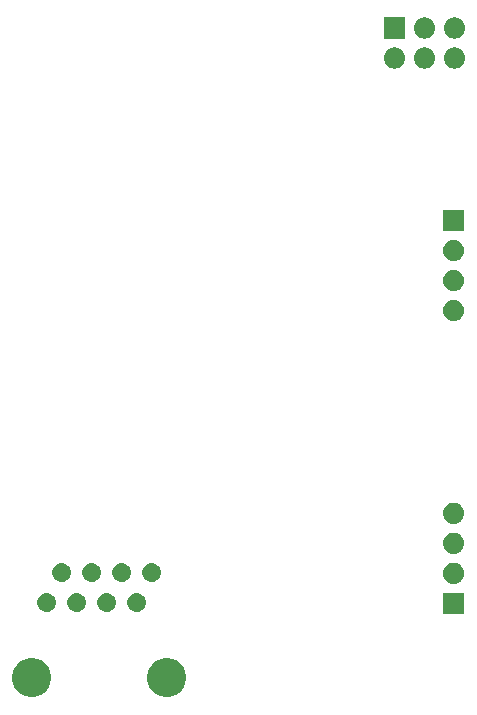
<source format=gbr>
G04 #@! TF.GenerationSoftware,KiCad,Pcbnew,5.0.2-bee76a0~70~ubuntu18.04.1*
G04 #@! TF.CreationDate,2019-09-06T11:27:55+02:00*
G04 #@! TF.ProjectId,sensor_board,73656e73-6f72-45f6-926f-6172642e6b69,1.0*
G04 #@! TF.SameCoordinates,Original*
G04 #@! TF.FileFunction,Soldermask,Bot*
G04 #@! TF.FilePolarity,Negative*
%FSLAX46Y46*%
G04 Gerber Fmt 4.6, Leading zero omitted, Abs format (unit mm)*
G04 Created by KiCad (PCBNEW 5.0.2-bee76a0~70~ubuntu18.04.1) date vie 06 sep 2019 11:27:55 CEST*
%MOMM*%
%LPD*%
G01*
G04 APERTURE LIST*
%ADD10C,0.150000*%
G04 APERTURE END LIST*
D10*
G36*
X131195975Y-148414438D02*
X131496061Y-148538738D01*
X131766131Y-148719193D01*
X131995807Y-148948869D01*
X132176262Y-149218939D01*
X132300562Y-149519025D01*
X132363930Y-149837595D01*
X132363930Y-150162405D01*
X132300562Y-150480975D01*
X132176262Y-150781061D01*
X131995807Y-151051131D01*
X131766131Y-151280807D01*
X131496061Y-151461262D01*
X131195975Y-151585562D01*
X130877405Y-151648930D01*
X130552595Y-151648930D01*
X130234025Y-151585562D01*
X129933939Y-151461262D01*
X129663869Y-151280807D01*
X129434193Y-151051131D01*
X129253738Y-150781061D01*
X129129438Y-150480975D01*
X129066070Y-150162405D01*
X129066070Y-149837595D01*
X129129438Y-149519025D01*
X129253738Y-149218939D01*
X129434193Y-148948869D01*
X129663869Y-148719193D01*
X129933939Y-148538738D01*
X130234025Y-148414438D01*
X130552595Y-148351070D01*
X130877405Y-148351070D01*
X131195975Y-148414438D01*
X131195975Y-148414438D01*
G37*
G36*
X119765975Y-148414438D02*
X120066061Y-148538738D01*
X120336131Y-148719193D01*
X120565807Y-148948869D01*
X120746262Y-149218939D01*
X120870562Y-149519025D01*
X120933930Y-149837595D01*
X120933930Y-150162405D01*
X120870562Y-150480975D01*
X120746262Y-150781061D01*
X120565807Y-151051131D01*
X120336131Y-151280807D01*
X120066061Y-151461262D01*
X119765975Y-151585562D01*
X119447405Y-151648930D01*
X119122595Y-151648930D01*
X118804025Y-151585562D01*
X118503939Y-151461262D01*
X118233869Y-151280807D01*
X118004193Y-151051131D01*
X117823738Y-150781061D01*
X117699438Y-150480975D01*
X117636070Y-150162405D01*
X117636070Y-149837595D01*
X117699438Y-149519025D01*
X117823738Y-149218939D01*
X118004193Y-148948869D01*
X118233869Y-148719193D01*
X118503939Y-148538738D01*
X118804025Y-148414438D01*
X119122595Y-148351070D01*
X119447405Y-148351070D01*
X119765975Y-148414438D01*
X119765975Y-148414438D01*
G37*
G36*
X155900000Y-144600000D02*
X154100000Y-144600000D01*
X154100000Y-142800000D01*
X155900000Y-142800000D01*
X155900000Y-144600000D01*
X155900000Y-144600000D01*
G37*
G36*
X120711441Y-142863517D02*
X120861870Y-142909149D01*
X121000507Y-142983252D01*
X121122023Y-143082977D01*
X121221748Y-143204493D01*
X121295851Y-143343130D01*
X121341483Y-143493559D01*
X121356891Y-143650000D01*
X121341483Y-143806441D01*
X121295851Y-143956870D01*
X121221748Y-144095507D01*
X121122023Y-144217023D01*
X121000507Y-144316748D01*
X120861870Y-144390851D01*
X120711441Y-144436483D01*
X120594202Y-144448030D01*
X120515798Y-144448030D01*
X120398559Y-144436483D01*
X120248130Y-144390851D01*
X120109493Y-144316748D01*
X119987977Y-144217023D01*
X119888252Y-144095507D01*
X119814149Y-143956870D01*
X119768517Y-143806441D01*
X119753109Y-143650000D01*
X119768517Y-143493559D01*
X119814149Y-143343130D01*
X119888252Y-143204493D01*
X119987977Y-143082977D01*
X120109493Y-142983252D01*
X120248130Y-142909149D01*
X120398559Y-142863517D01*
X120515798Y-142851970D01*
X120594202Y-142851970D01*
X120711441Y-142863517D01*
X120711441Y-142863517D01*
G37*
G36*
X128331441Y-142863517D02*
X128481870Y-142909149D01*
X128620507Y-142983252D01*
X128742023Y-143082977D01*
X128841748Y-143204493D01*
X128915851Y-143343130D01*
X128961483Y-143493559D01*
X128976891Y-143650000D01*
X128961483Y-143806441D01*
X128915851Y-143956870D01*
X128841748Y-144095507D01*
X128742023Y-144217023D01*
X128620507Y-144316748D01*
X128481870Y-144390851D01*
X128331441Y-144436483D01*
X128214202Y-144448030D01*
X128135798Y-144448030D01*
X128018559Y-144436483D01*
X127868130Y-144390851D01*
X127729493Y-144316748D01*
X127607977Y-144217023D01*
X127508252Y-144095507D01*
X127434149Y-143956870D01*
X127388517Y-143806441D01*
X127373109Y-143650000D01*
X127388517Y-143493559D01*
X127434149Y-143343130D01*
X127508252Y-143204493D01*
X127607977Y-143082977D01*
X127729493Y-142983252D01*
X127868130Y-142909149D01*
X128018559Y-142863517D01*
X128135798Y-142851970D01*
X128214202Y-142851970D01*
X128331441Y-142863517D01*
X128331441Y-142863517D01*
G37*
G36*
X125791441Y-142863517D02*
X125941870Y-142909149D01*
X126080507Y-142983252D01*
X126202023Y-143082977D01*
X126301748Y-143204493D01*
X126375851Y-143343130D01*
X126421483Y-143493559D01*
X126436891Y-143650000D01*
X126421483Y-143806441D01*
X126375851Y-143956870D01*
X126301748Y-144095507D01*
X126202023Y-144217023D01*
X126080507Y-144316748D01*
X125941870Y-144390851D01*
X125791441Y-144436483D01*
X125674202Y-144448030D01*
X125595798Y-144448030D01*
X125478559Y-144436483D01*
X125328130Y-144390851D01*
X125189493Y-144316748D01*
X125067977Y-144217023D01*
X124968252Y-144095507D01*
X124894149Y-143956870D01*
X124848517Y-143806441D01*
X124833109Y-143650000D01*
X124848517Y-143493559D01*
X124894149Y-143343130D01*
X124968252Y-143204493D01*
X125067977Y-143082977D01*
X125189493Y-142983252D01*
X125328130Y-142909149D01*
X125478559Y-142863517D01*
X125595798Y-142851970D01*
X125674202Y-142851970D01*
X125791441Y-142863517D01*
X125791441Y-142863517D01*
G37*
G36*
X123251441Y-142863517D02*
X123401870Y-142909149D01*
X123540507Y-142983252D01*
X123662023Y-143082977D01*
X123761748Y-143204493D01*
X123835851Y-143343130D01*
X123881483Y-143493559D01*
X123896891Y-143650000D01*
X123881483Y-143806441D01*
X123835851Y-143956870D01*
X123761748Y-144095507D01*
X123662023Y-144217023D01*
X123540507Y-144316748D01*
X123401870Y-144390851D01*
X123251441Y-144436483D01*
X123134202Y-144448030D01*
X123055798Y-144448030D01*
X122938559Y-144436483D01*
X122788130Y-144390851D01*
X122649493Y-144316748D01*
X122527977Y-144217023D01*
X122428252Y-144095507D01*
X122354149Y-143956870D01*
X122308517Y-143806441D01*
X122293109Y-143650000D01*
X122308517Y-143493559D01*
X122354149Y-143343130D01*
X122428252Y-143204493D01*
X122527977Y-143082977D01*
X122649493Y-142983252D01*
X122788130Y-142909149D01*
X122938559Y-142863517D01*
X123055798Y-142851970D01*
X123134202Y-142851970D01*
X123251441Y-142863517D01*
X123251441Y-142863517D01*
G37*
G36*
X155176431Y-140273023D02*
X155342890Y-140323518D01*
X155346084Y-140324487D01*
X155429640Y-140369149D01*
X155502432Y-140408057D01*
X155639475Y-140520525D01*
X155751942Y-140657567D01*
X155835513Y-140813916D01*
X155835514Y-140813919D01*
X155886977Y-140983569D01*
X155904354Y-141160000D01*
X155886977Y-141336431D01*
X155862575Y-141416873D01*
X155835513Y-141506084D01*
X155788332Y-141594353D01*
X155751943Y-141662432D01*
X155639475Y-141799475D01*
X155502432Y-141911943D01*
X155434353Y-141948332D01*
X155346084Y-141995513D01*
X155346081Y-141995514D01*
X155176431Y-142046977D01*
X155044207Y-142060000D01*
X154955793Y-142060000D01*
X154823569Y-142046977D01*
X154653919Y-141995514D01*
X154653916Y-141995513D01*
X154565647Y-141948332D01*
X154497568Y-141911943D01*
X154360525Y-141799475D01*
X154248057Y-141662432D01*
X154211668Y-141594353D01*
X154164487Y-141506084D01*
X154137425Y-141416873D01*
X154113023Y-141336431D01*
X154095646Y-141160000D01*
X154113023Y-140983569D01*
X154164486Y-140813919D01*
X154164487Y-140813916D01*
X154248058Y-140657567D01*
X154360525Y-140520525D01*
X154497568Y-140408057D01*
X154570360Y-140369149D01*
X154653916Y-140324487D01*
X154657110Y-140323518D01*
X154823569Y-140273023D01*
X154955793Y-140260000D01*
X155044207Y-140260000D01*
X155176431Y-140273023D01*
X155176431Y-140273023D01*
G37*
G36*
X121981441Y-140323517D02*
X122131870Y-140369149D01*
X122270507Y-140443252D01*
X122392023Y-140542977D01*
X122491748Y-140664493D01*
X122565851Y-140803130D01*
X122611483Y-140953559D01*
X122626891Y-141110000D01*
X122611483Y-141266441D01*
X122565851Y-141416870D01*
X122491748Y-141555507D01*
X122392023Y-141677023D01*
X122270507Y-141776748D01*
X122131870Y-141850851D01*
X121981441Y-141896483D01*
X121864202Y-141908030D01*
X121785798Y-141908030D01*
X121668559Y-141896483D01*
X121518130Y-141850851D01*
X121379493Y-141776748D01*
X121257977Y-141677023D01*
X121158252Y-141555507D01*
X121084149Y-141416870D01*
X121038517Y-141266441D01*
X121023109Y-141110000D01*
X121038517Y-140953559D01*
X121084149Y-140803130D01*
X121158252Y-140664493D01*
X121257977Y-140542977D01*
X121379493Y-140443252D01*
X121518130Y-140369149D01*
X121668559Y-140323517D01*
X121785798Y-140311970D01*
X121864202Y-140311970D01*
X121981441Y-140323517D01*
X121981441Y-140323517D01*
G37*
G36*
X129601441Y-140323517D02*
X129751870Y-140369149D01*
X129890507Y-140443252D01*
X130012023Y-140542977D01*
X130111748Y-140664493D01*
X130185851Y-140803130D01*
X130231483Y-140953559D01*
X130246891Y-141110000D01*
X130231483Y-141266441D01*
X130185851Y-141416870D01*
X130111748Y-141555507D01*
X130012023Y-141677023D01*
X129890507Y-141776748D01*
X129751870Y-141850851D01*
X129601441Y-141896483D01*
X129484202Y-141908030D01*
X129405798Y-141908030D01*
X129288559Y-141896483D01*
X129138130Y-141850851D01*
X128999493Y-141776748D01*
X128877977Y-141677023D01*
X128778252Y-141555507D01*
X128704149Y-141416870D01*
X128658517Y-141266441D01*
X128643109Y-141110000D01*
X128658517Y-140953559D01*
X128704149Y-140803130D01*
X128778252Y-140664493D01*
X128877977Y-140542977D01*
X128999493Y-140443252D01*
X129138130Y-140369149D01*
X129288559Y-140323517D01*
X129405798Y-140311970D01*
X129484202Y-140311970D01*
X129601441Y-140323517D01*
X129601441Y-140323517D01*
G37*
G36*
X127061441Y-140323517D02*
X127211870Y-140369149D01*
X127350507Y-140443252D01*
X127472023Y-140542977D01*
X127571748Y-140664493D01*
X127645851Y-140803130D01*
X127691483Y-140953559D01*
X127706891Y-141110000D01*
X127691483Y-141266441D01*
X127645851Y-141416870D01*
X127571748Y-141555507D01*
X127472023Y-141677023D01*
X127350507Y-141776748D01*
X127211870Y-141850851D01*
X127061441Y-141896483D01*
X126944202Y-141908030D01*
X126865798Y-141908030D01*
X126748559Y-141896483D01*
X126598130Y-141850851D01*
X126459493Y-141776748D01*
X126337977Y-141677023D01*
X126238252Y-141555507D01*
X126164149Y-141416870D01*
X126118517Y-141266441D01*
X126103109Y-141110000D01*
X126118517Y-140953559D01*
X126164149Y-140803130D01*
X126238252Y-140664493D01*
X126337977Y-140542977D01*
X126459493Y-140443252D01*
X126598130Y-140369149D01*
X126748559Y-140323517D01*
X126865798Y-140311970D01*
X126944202Y-140311970D01*
X127061441Y-140323517D01*
X127061441Y-140323517D01*
G37*
G36*
X124521441Y-140323517D02*
X124671870Y-140369149D01*
X124810507Y-140443252D01*
X124932023Y-140542977D01*
X125031748Y-140664493D01*
X125105851Y-140803130D01*
X125151483Y-140953559D01*
X125166891Y-141110000D01*
X125151483Y-141266441D01*
X125105851Y-141416870D01*
X125031748Y-141555507D01*
X124932023Y-141677023D01*
X124810507Y-141776748D01*
X124671870Y-141850851D01*
X124521441Y-141896483D01*
X124404202Y-141908030D01*
X124325798Y-141908030D01*
X124208559Y-141896483D01*
X124058130Y-141850851D01*
X123919493Y-141776748D01*
X123797977Y-141677023D01*
X123698252Y-141555507D01*
X123624149Y-141416870D01*
X123578517Y-141266441D01*
X123563109Y-141110000D01*
X123578517Y-140953559D01*
X123624149Y-140803130D01*
X123698252Y-140664493D01*
X123797977Y-140542977D01*
X123919493Y-140443252D01*
X124058130Y-140369149D01*
X124208559Y-140323517D01*
X124325798Y-140311970D01*
X124404202Y-140311970D01*
X124521441Y-140323517D01*
X124521441Y-140323517D01*
G37*
G36*
X155176431Y-137733023D02*
X155346081Y-137784486D01*
X155346084Y-137784487D01*
X155434353Y-137831668D01*
X155502432Y-137868057D01*
X155502434Y-137868058D01*
X155502433Y-137868058D01*
X155639475Y-137980525D01*
X155751942Y-138117567D01*
X155835513Y-138273916D01*
X155835514Y-138273919D01*
X155886977Y-138443569D01*
X155904354Y-138620000D01*
X155886977Y-138796431D01*
X155835514Y-138966081D01*
X155835513Y-138966084D01*
X155788332Y-139054353D01*
X155751943Y-139122432D01*
X155639475Y-139259475D01*
X155502432Y-139371943D01*
X155434353Y-139408332D01*
X155346084Y-139455513D01*
X155346081Y-139455514D01*
X155176431Y-139506977D01*
X155044207Y-139520000D01*
X154955793Y-139520000D01*
X154823569Y-139506977D01*
X154653919Y-139455514D01*
X154653916Y-139455513D01*
X154565647Y-139408332D01*
X154497568Y-139371943D01*
X154360525Y-139259475D01*
X154248057Y-139122432D01*
X154211668Y-139054353D01*
X154164487Y-138966084D01*
X154164486Y-138966081D01*
X154113023Y-138796431D01*
X154095646Y-138620000D01*
X154113023Y-138443569D01*
X154164486Y-138273919D01*
X154164487Y-138273916D01*
X154248058Y-138117567D01*
X154360525Y-137980525D01*
X154497567Y-137868058D01*
X154497566Y-137868058D01*
X154497568Y-137868057D01*
X154565647Y-137831668D01*
X154653916Y-137784487D01*
X154653919Y-137784486D01*
X154823569Y-137733023D01*
X154955793Y-137720000D01*
X155044207Y-137720000D01*
X155176431Y-137733023D01*
X155176431Y-137733023D01*
G37*
G36*
X155176431Y-135193023D02*
X155346081Y-135244486D01*
X155346084Y-135244487D01*
X155434353Y-135291668D01*
X155502432Y-135328057D01*
X155502434Y-135328058D01*
X155502433Y-135328058D01*
X155639475Y-135440525D01*
X155751942Y-135577567D01*
X155835513Y-135733916D01*
X155835514Y-135733919D01*
X155886977Y-135903569D01*
X155904354Y-136080000D01*
X155886977Y-136256431D01*
X155835514Y-136426081D01*
X155835513Y-136426084D01*
X155788332Y-136514353D01*
X155751943Y-136582432D01*
X155639475Y-136719475D01*
X155502432Y-136831943D01*
X155434353Y-136868332D01*
X155346084Y-136915513D01*
X155346081Y-136915514D01*
X155176431Y-136966977D01*
X155044207Y-136980000D01*
X154955793Y-136980000D01*
X154823569Y-136966977D01*
X154653919Y-136915514D01*
X154653916Y-136915513D01*
X154565647Y-136868332D01*
X154497568Y-136831943D01*
X154360525Y-136719475D01*
X154248057Y-136582432D01*
X154211668Y-136514353D01*
X154164487Y-136426084D01*
X154164486Y-136426081D01*
X154113023Y-136256431D01*
X154095646Y-136080000D01*
X154113023Y-135903569D01*
X154164486Y-135733919D01*
X154164487Y-135733916D01*
X154248058Y-135577567D01*
X154360525Y-135440525D01*
X154497567Y-135328058D01*
X154497566Y-135328058D01*
X154497568Y-135328057D01*
X154565647Y-135291668D01*
X154653916Y-135244487D01*
X154653919Y-135244486D01*
X154823569Y-135193023D01*
X154955793Y-135180000D01*
X155044207Y-135180000D01*
X155176431Y-135193023D01*
X155176431Y-135193023D01*
G37*
G36*
X155176431Y-118033023D02*
X155346081Y-118084486D01*
X155346084Y-118084487D01*
X155434353Y-118131668D01*
X155502432Y-118168057D01*
X155502434Y-118168058D01*
X155502433Y-118168058D01*
X155639475Y-118280525D01*
X155751942Y-118417567D01*
X155835513Y-118573916D01*
X155835514Y-118573919D01*
X155886977Y-118743569D01*
X155904354Y-118920000D01*
X155886977Y-119096431D01*
X155835514Y-119266081D01*
X155835513Y-119266084D01*
X155788332Y-119354353D01*
X155751943Y-119422432D01*
X155639475Y-119559475D01*
X155502432Y-119671943D01*
X155434353Y-119708332D01*
X155346084Y-119755513D01*
X155346081Y-119755514D01*
X155176431Y-119806977D01*
X155044207Y-119820000D01*
X154955793Y-119820000D01*
X154823569Y-119806977D01*
X154653919Y-119755514D01*
X154653916Y-119755513D01*
X154565647Y-119708332D01*
X154497568Y-119671943D01*
X154360525Y-119559475D01*
X154248057Y-119422432D01*
X154211668Y-119354353D01*
X154164487Y-119266084D01*
X154164486Y-119266081D01*
X154113023Y-119096431D01*
X154095646Y-118920000D01*
X154113023Y-118743569D01*
X154164486Y-118573919D01*
X154164487Y-118573916D01*
X154248058Y-118417567D01*
X154360525Y-118280525D01*
X154497567Y-118168058D01*
X154497566Y-118168058D01*
X154497568Y-118168057D01*
X154565647Y-118131668D01*
X154653916Y-118084487D01*
X154653919Y-118084486D01*
X154823569Y-118033023D01*
X154955793Y-118020000D01*
X155044207Y-118020000D01*
X155176431Y-118033023D01*
X155176431Y-118033023D01*
G37*
G36*
X155176431Y-115493023D02*
X155346081Y-115544486D01*
X155346084Y-115544487D01*
X155434353Y-115591668D01*
X155502432Y-115628057D01*
X155502434Y-115628058D01*
X155502433Y-115628058D01*
X155639475Y-115740525D01*
X155751942Y-115877567D01*
X155835513Y-116033916D01*
X155835514Y-116033919D01*
X155886977Y-116203569D01*
X155904354Y-116380000D01*
X155886977Y-116556431D01*
X155835514Y-116726081D01*
X155835513Y-116726084D01*
X155788332Y-116814353D01*
X155751943Y-116882432D01*
X155639475Y-117019475D01*
X155502432Y-117131943D01*
X155434353Y-117168332D01*
X155346084Y-117215513D01*
X155346081Y-117215514D01*
X155176431Y-117266977D01*
X155044207Y-117280000D01*
X154955793Y-117280000D01*
X154823569Y-117266977D01*
X154653919Y-117215514D01*
X154653916Y-117215513D01*
X154565647Y-117168332D01*
X154497568Y-117131943D01*
X154360525Y-117019475D01*
X154248057Y-116882432D01*
X154211668Y-116814353D01*
X154164487Y-116726084D01*
X154164486Y-116726081D01*
X154113023Y-116556431D01*
X154095646Y-116380000D01*
X154113023Y-116203569D01*
X154164486Y-116033919D01*
X154164487Y-116033916D01*
X154248058Y-115877567D01*
X154360525Y-115740525D01*
X154497567Y-115628058D01*
X154497566Y-115628058D01*
X154497568Y-115628057D01*
X154565647Y-115591668D01*
X154653916Y-115544487D01*
X154653919Y-115544486D01*
X154823569Y-115493023D01*
X154955793Y-115480000D01*
X155044207Y-115480000D01*
X155176431Y-115493023D01*
X155176431Y-115493023D01*
G37*
G36*
X155176431Y-112953023D02*
X155346081Y-113004486D01*
X155346084Y-113004487D01*
X155434353Y-113051668D01*
X155502432Y-113088057D01*
X155502434Y-113088058D01*
X155502433Y-113088058D01*
X155639475Y-113200525D01*
X155751942Y-113337567D01*
X155835513Y-113493916D01*
X155835514Y-113493919D01*
X155886977Y-113663569D01*
X155904354Y-113840000D01*
X155886977Y-114016431D01*
X155835514Y-114186081D01*
X155835513Y-114186084D01*
X155788332Y-114274353D01*
X155751943Y-114342432D01*
X155639475Y-114479475D01*
X155502432Y-114591943D01*
X155434353Y-114628332D01*
X155346084Y-114675513D01*
X155346081Y-114675514D01*
X155176431Y-114726977D01*
X155044207Y-114740000D01*
X154955793Y-114740000D01*
X154823569Y-114726977D01*
X154653919Y-114675514D01*
X154653916Y-114675513D01*
X154565647Y-114628332D01*
X154497568Y-114591943D01*
X154360525Y-114479475D01*
X154248057Y-114342432D01*
X154211668Y-114274353D01*
X154164487Y-114186084D01*
X154164486Y-114186081D01*
X154113023Y-114016431D01*
X154095646Y-113840000D01*
X154113023Y-113663569D01*
X154164486Y-113493919D01*
X154164487Y-113493916D01*
X154248058Y-113337567D01*
X154360525Y-113200525D01*
X154497567Y-113088058D01*
X154497566Y-113088058D01*
X154497568Y-113088057D01*
X154565647Y-113051668D01*
X154653916Y-113004487D01*
X154653919Y-113004486D01*
X154823569Y-112953023D01*
X154955793Y-112940000D01*
X155044207Y-112940000D01*
X155176431Y-112953023D01*
X155176431Y-112953023D01*
G37*
G36*
X155900000Y-112200000D02*
X154100000Y-112200000D01*
X154100000Y-110400000D01*
X155900000Y-110400000D01*
X155900000Y-112200000D01*
X155900000Y-112200000D01*
G37*
G36*
X152716431Y-96653023D02*
X152886081Y-96704486D01*
X152886084Y-96704487D01*
X152974353Y-96751668D01*
X153042432Y-96788057D01*
X153042434Y-96788058D01*
X153042433Y-96788058D01*
X153179475Y-96900525D01*
X153291942Y-97037567D01*
X153375513Y-97193916D01*
X153375514Y-97193919D01*
X153426977Y-97363569D01*
X153444354Y-97540000D01*
X153426977Y-97716431D01*
X153375514Y-97886081D01*
X153375513Y-97886084D01*
X153328332Y-97974353D01*
X153291943Y-98042432D01*
X153179475Y-98179475D01*
X153042432Y-98291943D01*
X152974353Y-98328332D01*
X152886084Y-98375513D01*
X152886081Y-98375514D01*
X152716431Y-98426977D01*
X152584207Y-98440000D01*
X152495793Y-98440000D01*
X152363569Y-98426977D01*
X152193919Y-98375514D01*
X152193916Y-98375513D01*
X152105647Y-98328332D01*
X152037568Y-98291943D01*
X151900525Y-98179475D01*
X151788057Y-98042432D01*
X151751668Y-97974353D01*
X151704487Y-97886084D01*
X151704486Y-97886081D01*
X151653023Y-97716431D01*
X151635646Y-97540000D01*
X151653023Y-97363569D01*
X151704486Y-97193919D01*
X151704487Y-97193916D01*
X151788058Y-97037567D01*
X151900525Y-96900525D01*
X152037567Y-96788058D01*
X152037566Y-96788058D01*
X152037568Y-96788057D01*
X152105647Y-96751668D01*
X152193916Y-96704487D01*
X152193919Y-96704486D01*
X152363569Y-96653023D01*
X152495793Y-96640000D01*
X152584207Y-96640000D01*
X152716431Y-96653023D01*
X152716431Y-96653023D01*
G37*
G36*
X155256431Y-96653023D02*
X155426081Y-96704486D01*
X155426084Y-96704487D01*
X155514353Y-96751668D01*
X155582432Y-96788057D01*
X155582434Y-96788058D01*
X155582433Y-96788058D01*
X155719475Y-96900525D01*
X155831942Y-97037567D01*
X155915513Y-97193916D01*
X155915514Y-97193919D01*
X155966977Y-97363569D01*
X155984354Y-97540000D01*
X155966977Y-97716431D01*
X155915514Y-97886081D01*
X155915513Y-97886084D01*
X155868332Y-97974353D01*
X155831943Y-98042432D01*
X155719475Y-98179475D01*
X155582432Y-98291943D01*
X155514353Y-98328332D01*
X155426084Y-98375513D01*
X155426081Y-98375514D01*
X155256431Y-98426977D01*
X155124207Y-98440000D01*
X155035793Y-98440000D01*
X154903569Y-98426977D01*
X154733919Y-98375514D01*
X154733916Y-98375513D01*
X154645647Y-98328332D01*
X154577568Y-98291943D01*
X154440525Y-98179475D01*
X154328057Y-98042432D01*
X154291668Y-97974353D01*
X154244487Y-97886084D01*
X154244486Y-97886081D01*
X154193023Y-97716431D01*
X154175646Y-97540000D01*
X154193023Y-97363569D01*
X154244486Y-97193919D01*
X154244487Y-97193916D01*
X154328058Y-97037567D01*
X154440525Y-96900525D01*
X154577567Y-96788058D01*
X154577566Y-96788058D01*
X154577568Y-96788057D01*
X154645647Y-96751668D01*
X154733916Y-96704487D01*
X154733919Y-96704486D01*
X154903569Y-96653023D01*
X155035793Y-96640000D01*
X155124207Y-96640000D01*
X155256431Y-96653023D01*
X155256431Y-96653023D01*
G37*
G36*
X150176431Y-96653023D02*
X150346081Y-96704486D01*
X150346084Y-96704487D01*
X150434353Y-96751668D01*
X150502432Y-96788057D01*
X150502434Y-96788058D01*
X150502433Y-96788058D01*
X150639475Y-96900525D01*
X150751942Y-97037567D01*
X150835513Y-97193916D01*
X150835514Y-97193919D01*
X150886977Y-97363569D01*
X150904354Y-97540000D01*
X150886977Y-97716431D01*
X150835514Y-97886081D01*
X150835513Y-97886084D01*
X150788332Y-97974353D01*
X150751943Y-98042432D01*
X150639475Y-98179475D01*
X150502432Y-98291943D01*
X150434353Y-98328332D01*
X150346084Y-98375513D01*
X150346081Y-98375514D01*
X150176431Y-98426977D01*
X150044207Y-98440000D01*
X149955793Y-98440000D01*
X149823569Y-98426977D01*
X149653919Y-98375514D01*
X149653916Y-98375513D01*
X149565647Y-98328332D01*
X149497568Y-98291943D01*
X149360525Y-98179475D01*
X149248057Y-98042432D01*
X149211668Y-97974353D01*
X149164487Y-97886084D01*
X149164486Y-97886081D01*
X149113023Y-97716431D01*
X149095646Y-97540000D01*
X149113023Y-97363569D01*
X149164486Y-97193919D01*
X149164487Y-97193916D01*
X149248058Y-97037567D01*
X149360525Y-96900525D01*
X149497567Y-96788058D01*
X149497566Y-96788058D01*
X149497568Y-96788057D01*
X149565647Y-96751668D01*
X149653916Y-96704487D01*
X149653919Y-96704486D01*
X149823569Y-96653023D01*
X149955793Y-96640000D01*
X150044207Y-96640000D01*
X150176431Y-96653023D01*
X150176431Y-96653023D01*
G37*
G36*
X155256431Y-94113023D02*
X155426081Y-94164486D01*
X155426084Y-94164487D01*
X155514353Y-94211668D01*
X155582432Y-94248057D01*
X155582434Y-94248058D01*
X155582433Y-94248058D01*
X155719475Y-94360525D01*
X155831942Y-94497567D01*
X155915513Y-94653916D01*
X155915514Y-94653919D01*
X155966977Y-94823569D01*
X155984354Y-95000000D01*
X155966977Y-95176431D01*
X155915514Y-95346081D01*
X155915513Y-95346084D01*
X155868332Y-95434353D01*
X155831943Y-95502432D01*
X155719475Y-95639475D01*
X155582432Y-95751943D01*
X155514353Y-95788332D01*
X155426084Y-95835513D01*
X155426081Y-95835514D01*
X155256431Y-95886977D01*
X155124207Y-95900000D01*
X155035793Y-95900000D01*
X154903569Y-95886977D01*
X154733919Y-95835514D01*
X154733916Y-95835513D01*
X154645647Y-95788332D01*
X154577568Y-95751943D01*
X154440525Y-95639475D01*
X154328057Y-95502432D01*
X154291668Y-95434353D01*
X154244487Y-95346084D01*
X154244486Y-95346081D01*
X154193023Y-95176431D01*
X154175646Y-95000000D01*
X154193023Y-94823569D01*
X154244486Y-94653919D01*
X154244487Y-94653916D01*
X154328058Y-94497567D01*
X154440525Y-94360525D01*
X154577567Y-94248058D01*
X154577566Y-94248058D01*
X154577568Y-94248057D01*
X154645647Y-94211668D01*
X154733916Y-94164487D01*
X154733919Y-94164486D01*
X154903569Y-94113023D01*
X155035793Y-94100000D01*
X155124207Y-94100000D01*
X155256431Y-94113023D01*
X155256431Y-94113023D01*
G37*
G36*
X152716431Y-94113023D02*
X152886081Y-94164486D01*
X152886084Y-94164487D01*
X152974353Y-94211668D01*
X153042432Y-94248057D01*
X153042434Y-94248058D01*
X153042433Y-94248058D01*
X153179475Y-94360525D01*
X153291942Y-94497567D01*
X153375513Y-94653916D01*
X153375514Y-94653919D01*
X153426977Y-94823569D01*
X153444354Y-95000000D01*
X153426977Y-95176431D01*
X153375514Y-95346081D01*
X153375513Y-95346084D01*
X153328332Y-95434353D01*
X153291943Y-95502432D01*
X153179475Y-95639475D01*
X153042432Y-95751943D01*
X152974353Y-95788332D01*
X152886084Y-95835513D01*
X152886081Y-95835514D01*
X152716431Y-95886977D01*
X152584207Y-95900000D01*
X152495793Y-95900000D01*
X152363569Y-95886977D01*
X152193919Y-95835514D01*
X152193916Y-95835513D01*
X152105647Y-95788332D01*
X152037568Y-95751943D01*
X151900525Y-95639475D01*
X151788057Y-95502432D01*
X151751668Y-95434353D01*
X151704487Y-95346084D01*
X151704486Y-95346081D01*
X151653023Y-95176431D01*
X151635646Y-95000000D01*
X151653023Y-94823569D01*
X151704486Y-94653919D01*
X151704487Y-94653916D01*
X151788058Y-94497567D01*
X151900525Y-94360525D01*
X152037567Y-94248058D01*
X152037566Y-94248058D01*
X152037568Y-94248057D01*
X152105647Y-94211668D01*
X152193916Y-94164487D01*
X152193919Y-94164486D01*
X152363569Y-94113023D01*
X152495793Y-94100000D01*
X152584207Y-94100000D01*
X152716431Y-94113023D01*
X152716431Y-94113023D01*
G37*
G36*
X150900000Y-95900000D02*
X149100000Y-95900000D01*
X149100000Y-94100000D01*
X150900000Y-94100000D01*
X150900000Y-95900000D01*
X150900000Y-95900000D01*
G37*
M02*

</source>
